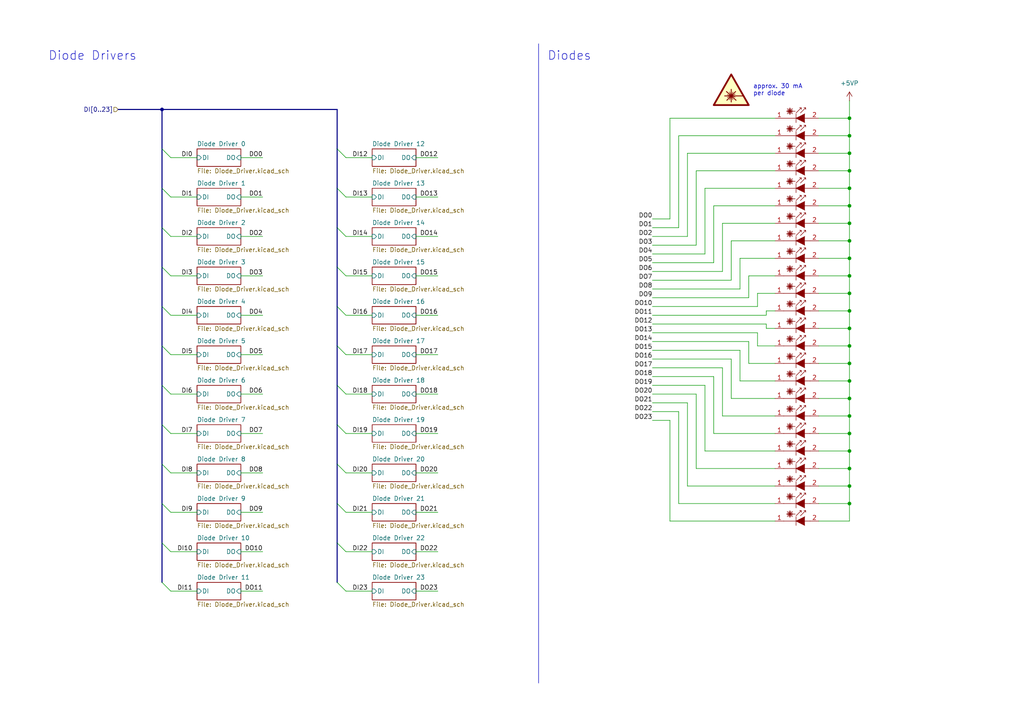
<source format=kicad_sch>
(kicad_sch (version 20231120) (generator "eeschema") (generator_version "8.0")
  (paper "A4")
  (title_block (title "Laser Harp - Diode Array") (date "2024-08-19") (rev "3.1") (company "Schlegel Flegel"))
  (lib_symbols
    (symbol "Diode_Laser:SPL_PL90" (pin_names (offset 1.016) hide)
      (property "Reference" "LD" (at -1.27 4.445 0))
      (property "Value" "SPL_PL90" (at -1.27 -2.54 0))
      (symbol "SPL_PL90_0_1"
        (polyline (pts (xy -4.064 1.27) (xy -2.54 2.794)))
        (polyline (pts (xy -4.064 1.778) (xy -2.54 2.286)))
        (polyline (pts (xy -4.064 2.286) (xy -2.54 1.778)))
        (polyline (pts (xy -4.064 2.794) (xy -2.54 1.27)))
        (polyline (pts (xy -3.556 2.794) (xy -3.048 1.27)))
        (polyline (pts (xy -3.302 2.032) (xy -3.302 1.016)))
        (polyline (pts (xy -3.302 2.032) (xy -3.302 3.048)))
        (polyline (pts (xy -3.048 2.794) (xy -3.556 1.27)))
        (polyline (pts (xy -1.778 2.032) (xy -4.318 2.032)))
        (polyline (pts (xy -1.524 1.27) (xy -1.524 -1.27)) (stroke (width 0.1524)))
        (polyline (pts (xy 1.27 3.048) (xy 0.762 3.048)))
        (polyline (pts (xy 2.54 0) (xy -5.08 0)))
        (polyline (pts (xy -0.254 1.524) (xy 1.27 3.048) (xy 1.27 2.54)))
        (polyline (pts (xy 1.016 1.27) (xy -1.524 0) (xy 1.016 -1.27)) (fill (type outline)))
        (polyline (pts (xy -1.524 1.524) (xy 0 3.048) (xy 0 2.54) (xy 0 3.048) (xy -0.508 3.048)))
      )
      (symbol "SPL_PL90_1_1"
        (pin passive line (at -7.62 0 0) (length 2.54) (name "C") (number "1"))
        (pin passive line (at 5.08 0 180) (length 2.54) (name "A") (number "2"))
      )
    )
    (symbol "Graphic:SYM_LASER_Large" (in_bom no) (on_board no)
      (symbol "SYM_LASER_Large_0_1"
        (polyline (pts (xy -1.905 -2.413) (xy 3.556 -2.413)) (stroke (width 0.254)))
        (polyline (pts (xy -1.27 -3.683) (xy 1.27 -1.143)) (stroke (width 0.254)))
        (polyline (pts (xy -1.143 -2.921) (xy 1.143 -1.905)))
        (polyline (pts (xy -1.143 -2.032) (xy 1.143 -2.794)))
        (polyline (pts (xy -0.508 -1.27) (xy 0.508 -3.556)))
        (polyline (pts (xy 0 -4.191) (xy 0 -0.508)) (stroke (width 0.254)))
        (polyline (pts (xy 0.508 -1.27) (xy -0.508 -3.556)))
        (polyline (pts (xy 1.397 -3.683) (xy -1.397 -1.143)) (stroke (width 0.254)))
        (polyline (pts (xy -5.08 -5.08) (xy 5.08 -5.08) (xy 0 3.81) (xy -5.08 -5.08)) (stroke (width 0.508)) (fill (type background)))
      )
    )
    (symbol "power:+5VP" (power) (pin_numbers hide) (pin_names (offset 0) hide)
      (property "Value" "+5VP" (at 0 3.556 0))
      (symbol "+5VP_0_1"
        (polyline (pts (xy -0.762 1.27) (xy 0 2.54)))
        (polyline (pts (xy 0 0) (xy 0 2.54)))
        (polyline (pts (xy 0 2.54) (xy 0.762 1.27)))
      )
      (symbol "+5VP_1_1"
        (pin power_in line (at 0 0 90) (length 0) (name "~") (number "1"))
      )
    )
  )
  (junction (at 246.38 115.57))
  (junction (at 246.38 34.29))
  (junction (at 246.38 49.53))
  (junction (at 246.38 105.41))
  (junction (at 246.38 100.33))
  (junction (at 246.38 125.73))
  (junction (at 246.38 90.17))
  (junction (at 246.38 85.09))
  (junction (at 246.38 69.85))
  (junction (at 246.38 54.61))
  (junction (at 246.38 80.01))
  (junction (at 246.38 95.25))
  (junction (at 46.99 31.75))
  (junction (at 246.38 59.69))
  (junction (at 246.38 64.77))
  (junction (at 246.38 39.37))
  (junction (at 246.38 120.65))
  (junction (at 246.38 140.97))
  (junction (at 246.38 44.45))
  (junction (at 246.38 146.05))
  (junction (at 246.38 135.89))
  (junction (at 246.38 74.93))
  (junction (at 246.38 130.81))
  (junction (at 246.38 110.49))
  (bus_entry (at 46.99 54.61) (size 2.54 2.54))
  (bus_entry (at 97.79 100.33) (size 2.54 2.54))
  (bus_entry (at 97.79 123.19) (size 2.54 2.54))
  (bus_entry (at 46.99 100.33) (size 2.54 2.54))
  (bus_entry (at 97.79 43.18) (size 2.54 2.54))
  (bus_entry (at 46.99 123.19) (size 2.54 2.54))
  (bus_entry (at 97.79 54.61) (size 2.54 2.54))
  (bus_entry (at 97.79 111.76) (size 2.54 2.54))
  (bus_entry (at 97.79 168.91) (size 2.54 2.54))
  (bus_entry (at 46.99 111.76) (size 2.54 2.54))
  (bus_entry (at 46.99 88.9) (size 2.54 2.54))
  (bus_entry (at 97.79 134.62) (size 2.54 2.54))
  (bus_entry (at 97.79 146.05) (size 2.54 2.54))
  (bus_entry (at 97.79 77.47) (size 2.54 2.54))
  (bus_entry (at 97.79 157.48) (size 2.54 2.54))
  (bus_entry (at 46.99 168.91) (size 2.54 2.54))
  (bus_entry (at 46.99 66.04) (size 2.54 2.54))
  (bus_entry (at 46.99 146.05) (size 2.54 2.54))
  (bus_entry (at 46.99 77.47) (size 2.54 2.54))
  (bus_entry (at 97.79 66.04) (size 2.54 2.54))
  (bus_entry (at 46.99 134.62) (size 2.54 2.54))
  (bus_entry (at 46.99 157.48) (size 2.54 2.54))
  (bus_entry (at 46.99 43.18) (size 2.54 2.54))
  (bus_entry (at 97.79 88.9) (size 2.54 2.54))
  (wire (pts (xy 246.38 64.77) (xy 237.49 64.77)))
  (wire (pts (xy 246.38 44.45) (xy 237.49 44.45)))
  (wire (pts (xy 217.17 80.01) (xy 217.17 86.36)))
  (wire (pts (xy 246.38 54.61) (xy 237.49 54.61)))
  (bus (pts (xy 97.79 157.48) (xy 97.79 168.91)))
  (wire (pts (xy 224.79 135.89) (xy 201.93 135.89)))
  (bus (pts (xy 97.79 134.62) (xy 97.79 146.05)))
  (wire (pts (xy 246.38 115.57) (xy 246.38 120.65)))
  (wire (pts (xy 246.38 135.89) (xy 237.49 135.89)))
  (wire (pts (xy 100.33 125.73) (xy 107.95 125.73)))
  (wire (pts (xy 49.53 80.01) (xy 57.15 80.01)))
  (wire (pts (xy 120.65 137.16) (xy 127 137.16)))
  (wire (pts (xy 224.79 151.13) (xy 194.31 151.13)))
  (wire (pts (xy 69.85 45.72) (xy 76.2 45.72)))
  (wire (pts (xy 189.23 63.5) (xy 194.31 63.5)))
  (wire (pts (xy 189.23 91.44) (xy 222.25 91.44)))
  (wire (pts (xy 120.65 171.45) (xy 127 171.45)))
  (wire (pts (xy 189.23 119.38) (xy 196.85 119.38)))
  (wire (pts (xy 246.38 80.01) (xy 237.49 80.01)))
  (wire (pts (xy 224.79 120.65) (xy 209.55 120.65)))
  (wire (pts (xy 246.38 54.61) (xy 246.38 59.69)))
  (wire (pts (xy 49.53 68.58) (xy 57.15 68.58)))
  (wire (pts (xy 246.38 59.69) (xy 237.49 59.69)))
  (wire (pts (xy 189.23 106.68) (xy 209.55 106.68)))
  (wire (pts (xy 224.79 90.17) (xy 222.25 90.17)))
  (wire (pts (xy 49.53 171.45) (xy 57.15 171.45)))
  (wire (pts (xy 189.23 78.74) (xy 209.55 78.74)))
  (wire (pts (xy 189.23 99.06) (xy 217.17 99.06)))
  (wire (pts (xy 189.23 104.14) (xy 212.09 104.14)))
  (wire (pts (xy 189.23 88.9) (xy 219.71 88.9)))
  (bus (pts (xy 46.99 77.47) (xy 46.99 88.9)))
  (wire (pts (xy 100.33 45.72) (xy 107.95 45.72)))
  (wire (pts (xy 246.38 34.29) (xy 237.49 34.29)))
  (wire (pts (xy 246.38 85.09) (xy 237.49 85.09)))
  (wire (pts (xy 224.79 140.97) (xy 199.39 140.97)))
  (wire (pts (xy 224.79 74.93) (xy 214.63 74.93)))
  (wire (pts (xy 100.33 68.58) (xy 107.95 68.58)))
  (wire (pts (xy 120.65 91.44) (xy 127 91.44)))
  (wire (pts (xy 207.01 125.73) (xy 207.01 109.22)))
  (wire (pts (xy 189.23 114.3) (xy 201.93 114.3)))
  (bus (pts (xy 46.99 157.48) (xy 46.99 168.91)))
  (wire (pts (xy 100.33 137.16) (xy 107.95 137.16)))
  (wire (pts (xy 219.71 100.33) (xy 219.71 96.52)))
  (wire (pts (xy 69.85 68.58) (xy 76.2 68.58)))
  (wire (pts (xy 207.01 59.69) (xy 207.01 76.2)))
  (wire (pts (xy 100.33 171.45) (xy 107.95 171.45)))
  (wire (pts (xy 189.23 96.52) (xy 219.71 96.52)))
  (wire (pts (xy 224.79 44.45) (xy 199.39 44.45)))
  (wire (pts (xy 100.33 148.59) (xy 107.95 148.59)))
  (wire (pts (xy 246.38 74.93) (xy 246.38 80.01)))
  (wire (pts (xy 120.65 45.72) (xy 127 45.72)))
  (wire (pts (xy 222.25 95.25) (xy 224.79 95.25)))
  (wire (pts (xy 49.53 91.44) (xy 57.15 91.44)))
  (wire (pts (xy 246.38 140.97) (xy 246.38 146.05)))
  (wire (pts (xy 189.23 109.22) (xy 207.01 109.22)))
  (wire (pts (xy 49.53 57.15) (xy 57.15 57.15)))
  (bus (pts (xy 46.99 100.33) (xy 46.99 111.76)))
  (wire (pts (xy 224.79 146.05) (xy 196.85 146.05)))
  (wire (pts (xy 49.53 125.73) (xy 57.15 125.73)))
  (wire (pts (xy 100.33 160.02) (xy 107.95 160.02)))
  (wire (pts (xy 189.23 93.98) (xy 222.25 93.98)))
  (wire (pts (xy 222.25 93.98) (xy 222.25 95.25)))
  (wire (pts (xy 224.79 125.73) (xy 207.01 125.73)))
  (wire (pts (xy 189.23 116.84) (xy 199.39 116.84)))
  (wire (pts (xy 246.38 110.49) (xy 246.38 115.57)))
  (wire (pts (xy 189.23 101.6) (xy 214.63 101.6)))
  (bus (pts (xy 46.99 88.9) (xy 46.99 100.33)))
  (wire (pts (xy 217.17 105.41) (xy 217.17 99.06)))
  (wire (pts (xy 69.85 171.45) (xy 76.2 171.45)))
  (wire (pts (xy 196.85 39.37) (xy 196.85 66.04)))
  (wire (pts (xy 69.85 137.16) (xy 76.2 137.16)))
  (wire (pts (xy 120.65 125.73) (xy 127 125.73)))
  (bus (pts (xy 97.79 123.19) (xy 97.79 134.62)))
  (wire (pts (xy 212.09 69.85) (xy 212.09 81.28)))
  (bus (pts (xy 46.99 43.18) (xy 46.99 54.61)))
  (wire (pts (xy 100.33 80.01) (xy 107.95 80.01)))
  (bus (pts (xy 97.79 31.75) (xy 97.79 43.18)))
  (bus (pts (xy 97.79 111.76) (xy 97.79 123.19)))
  (bus (pts (xy 97.79 100.33) (xy 97.79 111.76)))
  (wire (pts (xy 120.65 114.3) (xy 127 114.3)))
  (wire (pts (xy 69.85 114.3) (xy 76.2 114.3)))
  (wire (pts (xy 224.79 39.37) (xy 196.85 39.37)))
  (wire (pts (xy 120.65 57.15) (xy 127 57.15)))
  (wire (pts (xy 246.38 44.45) (xy 246.38 49.53)))
  (wire (pts (xy 189.23 121.92) (xy 194.31 121.92)))
  (wire (pts (xy 246.38 100.33) (xy 237.49 100.33)))
  (wire (pts (xy 246.38 130.81) (xy 246.38 135.89)))
  (wire (pts (xy 69.85 160.02) (xy 76.2 160.02)))
  (wire (pts (xy 246.38 130.81) (xy 237.49 130.81)))
  (wire (pts (xy 49.53 45.72) (xy 57.15 45.72)))
  (bus (pts (xy 97.79 43.18) (xy 97.79 54.61)))
  (wire (pts (xy 224.79 130.81) (xy 204.47 130.81)))
  (wire (pts (xy 246.38 140.97) (xy 237.49 140.97)))
  (wire (pts (xy 246.38 49.53) (xy 246.38 54.61)))
  (wire (pts (xy 49.53 137.16) (xy 57.15 137.16)))
  (bus (pts (xy 97.79 88.9) (xy 97.79 100.33)))
  (wire (pts (xy 69.85 148.59) (xy 76.2 148.59)))
  (bus (pts (xy 97.79 146.05) (xy 97.79 157.48)))
  (wire (pts (xy 224.79 64.77) (xy 209.55 64.77)))
  (wire (pts (xy 246.38 125.73) (xy 246.38 130.81)))
  (wire (pts (xy 246.38 90.17) (xy 246.38 95.25)))
  (wire (pts (xy 204.47 54.61) (xy 204.47 73.66)))
  (wire (pts (xy 246.38 105.41) (xy 237.49 105.41)))
  (wire (pts (xy 224.79 80.01) (xy 217.17 80.01)))
  (wire (pts (xy 69.85 91.44) (xy 76.2 91.44)))
  (wire (pts (xy 246.38 95.25) (xy 246.38 100.33)))
  (wire (pts (xy 194.31 151.13) (xy 194.31 121.92)))
  (wire (pts (xy 246.38 115.57) (xy 237.49 115.57)))
  (wire (pts (xy 69.85 125.73) (xy 76.2 125.73)))
  (wire (pts (xy 246.38 69.85) (xy 246.38 74.93)))
  (wire (pts (xy 120.65 160.02) (xy 127 160.02)))
  (wire (pts (xy 224.79 59.69) (xy 207.01 59.69)))
  (wire (pts (xy 209.55 64.77) (xy 209.55 78.74)))
  (wire (pts (xy 214.63 74.93) (xy 214.63 83.82)))
  (wire (pts (xy 196.85 146.05) (xy 196.85 119.38)))
  (wire (pts (xy 120.65 68.58) (xy 127 68.58)))
  (wire (pts (xy 49.53 102.87) (xy 57.15 102.87)))
  (wire (pts (xy 246.38 39.37) (xy 246.38 44.45)))
  (wire (pts (xy 100.33 57.15) (xy 107.95 57.15)))
  (wire (pts (xy 246.38 69.85) (xy 237.49 69.85)))
  (bus (pts (xy 97.79 54.61) (xy 97.79 66.04)))
  (bus (pts (xy 46.99 134.62) (xy 46.99 146.05)))
  (wire (pts (xy 246.38 146.05) (xy 237.49 146.05)))
  (wire (pts (xy 204.47 130.81) (xy 204.47 111.76)))
  (wire (pts (xy 120.65 80.01) (xy 127 80.01)))
  (wire (pts (xy 224.79 54.61) (xy 204.47 54.61)))
  (wire (pts (xy 246.38 120.65) (xy 246.38 125.73)))
  (wire (pts (xy 246.38 29.21) (xy 246.38 34.29)))
  (wire (pts (xy 246.38 59.69) (xy 246.38 64.77)))
  (wire (pts (xy 214.63 110.49) (xy 214.63 101.6)))
  (wire (pts (xy 100.33 114.3) (xy 107.95 114.3)))
  (wire (pts (xy 189.23 68.58) (xy 199.39 68.58)))
  (wire (pts (xy 246.38 125.73) (xy 237.49 125.73)))
  (wire (pts (xy 246.38 151.13) (xy 237.49 151.13)))
  (wire (pts (xy 120.65 102.87) (xy 127 102.87)))
  (wire (pts (xy 246.38 80.01) (xy 246.38 85.09)))
  (wire (pts (xy 189.23 81.28) (xy 212.09 81.28)))
  (wire (pts (xy 246.38 105.41) (xy 246.38 110.49)))
  (wire (pts (xy 224.79 115.57) (xy 212.09 115.57)))
  (bus (pts (xy 97.79 77.47) (xy 97.79 88.9)))
  (bus (pts (xy 46.99 31.75) (xy 46.99 43.18)))
  (wire (pts (xy 199.39 44.45) (xy 199.39 68.58)))
  (wire (pts (xy 49.53 160.02) (xy 57.15 160.02)))
  (wire (pts (xy 209.55 120.65) (xy 209.55 106.68)))
  (wire (pts (xy 189.23 66.04) (xy 196.85 66.04)))
  (bus (pts (xy 34.29 31.75) (xy 46.99 31.75)))
  (wire (pts (xy 189.23 73.66) (xy 204.47 73.66)))
  (wire (pts (xy 69.85 80.01) (xy 76.2 80.01)))
  (wire (pts (xy 189.23 86.36) (xy 217.17 86.36)))
  (bus (pts (xy 46.99 123.19) (xy 46.99 134.62)))
  (wire (pts (xy 224.79 100.33) (xy 219.71 100.33)))
  (wire (pts (xy 199.39 140.97) (xy 199.39 116.84)))
  (wire (pts (xy 201.93 135.89) (xy 201.93 114.3)))
  (wire (pts (xy 246.38 74.93) (xy 237.49 74.93)))
  (wire (pts (xy 224.79 69.85) (xy 212.09 69.85)))
  (wire (pts (xy 189.23 71.12) (xy 201.93 71.12)))
  (wire (pts (xy 224.79 85.09) (xy 219.71 85.09)))
  (wire (pts (xy 246.38 100.33) (xy 246.38 105.41)))
  (wire (pts (xy 69.85 102.87) (xy 76.2 102.87)))
  (wire (pts (xy 224.79 105.41) (xy 217.17 105.41)))
  (wire (pts (xy 49.53 148.59) (xy 57.15 148.59)))
  (wire (pts (xy 120.65 148.59) (xy 127 148.59)))
  (wire (pts (xy 246.38 85.09) (xy 246.38 90.17)))
  (bus (pts (xy 97.79 66.04) (xy 97.79 77.47)))
  (wire (pts (xy 246.38 135.89) (xy 246.38 140.97)))
  (wire (pts (xy 69.85 57.15) (xy 76.2 57.15)))
  (wire (pts (xy 246.38 64.77) (xy 246.38 69.85)))
  (wire (pts (xy 189.23 76.2) (xy 207.01 76.2)))
  (wire (pts (xy 246.38 39.37) (xy 237.49 39.37)))
  (wire (pts (xy 246.38 90.17) (xy 237.49 90.17)))
  (bus (pts (xy 46.99 54.61) (xy 46.99 66.04)))
  (wire (pts (xy 246.38 49.53) (xy 237.49 49.53)))
  (wire (pts (xy 222.25 90.17) (xy 222.25 91.44)))
  (wire (pts (xy 224.79 34.29) (xy 194.31 34.29)))
  (wire (pts (xy 189.23 111.76) (xy 204.47 111.76)))
  (wire (pts (xy 224.79 110.49) (xy 214.63 110.49)))
  (bus (pts (xy 46.99 31.75) (xy 97.79 31.75)))
  (wire (pts (xy 246.38 95.25) (xy 237.49 95.25)))
  (wire (pts (xy 246.38 34.29) (xy 246.38 39.37)))
  (wire (pts (xy 201.93 49.53) (xy 201.93 71.12)))
  (wire (pts (xy 49.53 114.3) (xy 57.15 114.3)))
  (bus (pts (xy 46.99 111.76) (xy 46.99 123.19)))
  (wire (pts (xy 212.09 115.57) (xy 212.09 104.14)))
  (wire (pts (xy 246.38 146.05) (xy 246.38 151.13)))
  (wire (pts (xy 194.31 34.29) (xy 194.31 63.5)))
  (wire (pts (xy 224.79 49.53) (xy 201.93 49.53)))
  (wire (pts (xy 100.33 91.44) (xy 107.95 91.44)))
  (bus (pts (xy 46.99 66.04) (xy 46.99 77.47)))
  (wire (pts (xy 246.38 110.49) (xy 237.49 110.49)))
  (wire (pts (xy 219.71 85.09) (xy 219.71 88.9)))
  (wire (pts (xy 246.38 120.65) (xy 237.49 120.65)))
  (wire (pts (xy 189.23 83.82) (xy 214.63 83.82)))
  (bus (pts (xy 46.99 146.05) (xy 46.99 157.48)))
  (polyline (pts (xy 156.21 12.7) (xy 156.21 198.12)))
  (wire (pts (xy 100.33 102.87) (xy 107.95 102.87)))
  (text "Diodes" (at 158.75 17.78 0) (effects (font (size 2.54 2.54)) (justify left bottom)))
  (text "Diode Drivers" (at 13.97 17.78 0) (effects (font (size 2.54 2.54)) (justify left bottom)))
  (text "approx. 30 mA\nper diode" (at 218.44 27.94 0) (effects (font (size 1.27 1.27)) (justify left bottom)))
  (label "DO10" (at 189.23 88.9 180))
  (label "DO22" (at 127 160.02 180))
  (label "DO4" (at 189.23 73.66 180))
  (label "DO15" (at 127 80.01 180))
  (label "DO12" (at 127 45.72 180))
  (label "DI22" (at 106.68 160.02 180))
  (label "DO7" (at 76.2 125.73 180))
  (label "DI2" (at 55.88 68.58 180))
  (label "DO3" (at 76.2 80.01 180))
  (label "DO17" (at 189.23 106.68 180))
  (label "DI1" (at 55.88 57.15 180))
  (label "DO13" (at 127 57.15 180))
  (label "DO20" (at 189.23 114.3 180))
  (label "DI13" (at 106.68 57.15 180))
  (label "DI10" (at 55.88 160.02 180))
  (label "DO10" (at 76.2 160.02 180))
  (label "DO2" (at 189.23 68.58 180))
  (label "DO14" (at 189.23 99.06 180))
  (label "DO0" (at 76.2 45.72 180))
  (label "DO5" (at 76.2 102.87 180))
  (label "DO12" (at 189.23 93.98 180))
  (label "DI5" (at 55.88 102.87 180))
  (label "DO13" (at 189.23 96.52 180))
  (label "DO8" (at 76.2 137.16 180))
  (label "DI14" (at 106.68 68.58 180))
  (label "DI8" (at 55.88 137.16 180))
  (label "DO11" (at 189.23 91.44 180))
  (label "DI6" (at 55.88 114.3 180))
  (label "DI20" (at 106.68 137.16 180))
  (label "DI11" (at 55.88 171.45 180))
  (label "DI19" (at 106.68 125.73 180))
  (label "DO7" (at 189.23 81.28 180))
  (label "DO6" (at 189.23 78.74 180))
  (label "DI3" (at 55.88 80.01 180))
  (label "DO23" (at 189.23 121.92 180))
  (label "DI4" (at 55.88 91.44 180))
  (label "DO5" (at 189.23 76.2 180))
  (label "DI0" (at 55.88 45.72 180))
  (label "DO22" (at 189.23 119.38 180))
  (label "DI12" (at 106.68 45.72 180))
  (label "DI21" (at 106.68 148.59 180))
  (label "DO2" (at 76.2 68.58 180))
  (label "DO6" (at 76.2 114.3 180))
  (label "DO18" (at 127 114.3 180))
  (label "DO18" (at 189.23 109.22 180))
  (label "DO1" (at 76.2 57.15 180))
  (label "DO9" (at 76.2 148.59 180))
  (label "DO11" (at 76.2 171.45 180))
  (label "DO19" (at 189.23 111.76 180))
  (label "DO20" (at 127 137.16 180))
  (label "DO19" (at 127 125.73 180))
  (label "DI16" (at 106.68 91.44 180))
  (label "DO21" (at 127 148.59 180))
  (label "DI7" (at 55.88 125.73 180))
  (label "DO0" (at 189.23 63.5 180))
  (label "DO4" (at 76.2 91.44 180))
  (label "DO17" (at 127 102.87 180))
  (label "DO16" (at 127 91.44 180))
  (label "DI17" (at 106.68 102.87 180))
  (label "DI15" (at 106.68 80.01 180))
  (label "DO14" (at 127 68.58 180))
  (label "DO16" (at 189.23 104.14 180))
  (label "DO21" (at 189.23 116.84 180))
  (label "DO9" (at 189.23 86.36 180))
  (label "DI23" (at 106.68 171.45 180))
  (label "DO3" (at 189.23 71.12 180))
  (label "DO23" (at 127 171.45 180))
  (label "DI18" (at 106.68 114.3 180))
  (label "DO1" (at 189.23 66.04 180))
  (label "DO15" (at 189.23 101.6 180))
  (label "DO8" (at 189.23 83.82 180))
  (label "DI9" (at 55.88 148.59 180))
  (hierarchical_label "DI[0..23]" (shape input) (at 34.29 31.75 180))
  (symbol (lib_id "Diode_Laser:SPL_PL90") (at 232.41 34.29 0) (unit 1)
    (property "Reference" "LD1" (effects (hide yes)))
    (property "Value" "Laser_Diode" (effects (hide yes)))
    (property "Footprint" "LED_THT:LED_D5.0mm" (effects (hide yes)))
  )
  (symbol (lib_id "Diode_Laser:SPL_PL90") (at 232.41 120.65 0) (unit 1)
    (property "Reference" "LD18" (effects (hide yes)))
    (property "Value" "Laser_Diode" (effects (hide yes)))
    (property "Footprint" "LED_THT:LED_D5.0mm" (effects (hide yes)))
  )
  (symbol (lib_id "Graphic:SYM_LASER_Large") (at 212.09 25.4 0) (unit 1) (exclude_from_sim yes)
    (property "Reference" "#SYM1" (effects (hide yes)))
    (property "Value" "SYM_LASER_Large" (effects (hide yes)))
    (property "Description" "Laser radiation warning symbol, large" (effects (hide yes)))
  )
  (symbol (lib_id "power:+5VP") (at 246.38 29.21 0) (unit 1)
    (property "Reference" "#PWR04" (effects (hide yes)))
    (property "Value" "+5VP" (at 246.38 24.13 0))
    (property "Description" "Power symbol creates a global label with name \"+5VP\"" (effects (hide yes)))
  )
  (symbol (lib_id "Diode_Laser:SPL_PL90") (at 232.41 69.85 0) (unit 1)
    (property "Reference" "LD8" (effects (hide yes)))
    (property "Value" "Laser_Diode" (effects (hide yes)))
    (property "Footprint" "LED_THT:LED_D5.0mm" (effects (hide yes)))
  )
  (symbol (lib_id "Diode_Laser:SPL_PL90") (at 232.41 80.01 0) (unit 1)
    (property "Reference" "LD10" (effects (hide yes)))
    (property "Value" "Laser_Diode" (effects (hide yes)))
    (property "Footprint" "LED_THT:LED_D5.0mm" (effects (hide yes)))
  )
  (symbol (lib_id "Diode_Laser:SPL_PL90") (at 232.41 105.41 0) (unit 1)
    (property "Reference" "LD15" (effects (hide yes)))
    (property "Value" "Laser_Diode" (effects (hide yes)))
    (property "Footprint" "LED_THT:LED_D5.0mm" (effects (hide yes)))
  )
  (symbol (lib_id "Diode_Laser:SPL_PL90") (at 232.41 49.53 0) (unit 1)
    (property "Reference" "LD4" (effects (hide yes)))
    (property "Value" "Laser_Diode" (effects (hide yes)))
    (property "Footprint" "LED_THT:LED_D5.0mm" (effects (hide yes)))
  )
  (symbol (lib_id "Diode_Laser:SPL_PL90") (at 232.41 95.25 0) (unit 1)
    (property "Reference" "LD13" (effects (hide yes)))
    (property "Value" "Laser_Diode" (effects (hide yes)))
    (property "Footprint" "LED_THT:LED_D5.0mm" (effects (hide yes)))
  )
  (symbol (lib_id "Diode_Laser:SPL_PL90") (at 232.41 140.97 0) (unit 1)
    (property "Reference" "LD22" (effects (hide yes)))
    (property "Value" "Laser_Diode" (effects (hide yes)))
    (property "Footprint" "LED_THT:LED_D5.0mm" (effects (hide yes)))
  )
  (symbol (lib_id "Diode_Laser:SPL_PL90") (at 232.41 146.05 0) (unit 1)
    (property "Reference" "LD23" (effects (hide yes)))
    (property "Value" "Laser_Diode" (effects (hide yes)))
    (property "Footprint" "LED_THT:LED_D5.0mm" (effects (hide yes)))
  )
  (symbol (lib_id "Diode_Laser:SPL_PL90") (at 232.41 115.57 0) (unit 1)
    (property "Reference" "LD17" (effects (hide yes)))
    (property "Value" "Laser_Diode" (effects (hide yes)))
    (property "Footprint" "LED_THT:LED_D5.0mm" (effects (hide yes)))
  )
  (symbol (lib_id "Diode_Laser:SPL_PL90") (at 232.41 85.09 0) (unit 1)
    (property "Reference" "LD11" (effects (hide yes)))
    (property "Value" "Laser_Diode" (effects (hide yes)))
    (property "Footprint" "LED_THT:LED_D5.0mm" (effects (hide yes)))
  )
  (symbol (lib_id "Diode_Laser:SPL_PL90") (at 232.41 74.93 0) (unit 1)
    (property "Reference" "LD9" (effects (hide yes)))
    (property "Value" "Laser_Diode" (effects (hide yes)))
    (property "Footprint" "LED_THT:LED_D5.0mm" (effects (hide yes)))
  )
  (symbol (lib_id "Diode_Laser:SPL_PL90") (at 232.41 54.61 0) (unit 1)
    (property "Reference" "LD5" (effects (hide yes)))
    (property "Value" "Laser_Diode" (effects (hide yes)))
    (property "Footprint" "LED_THT:LED_D5.0mm" (effects (hide yes)))
  )
  (symbol (lib_id "Diode_Laser:SPL_PL90") (at 232.41 130.81 0) (unit 1)
    (property "Reference" "LD20" (effects (hide yes)))
    (property "Value" "Laser_Diode" (effects (hide yes)))
    (property "Footprint" "LED_THT:LED_D5.0mm" (effects (hide yes)))
  )
  (symbol (lib_id "Diode_Laser:SPL_PL90") (at 232.41 59.69 0) (unit 1)
    (property "Reference" "LD6" (effects (hide yes)))
    (property "Value" "Laser_Diode" (effects (hide yes)))
    (property "Footprint" "LED_THT:LED_D5.0mm" (effects (hide yes)))
  )
  (symbol (lib_id "Diode_Laser:SPL_PL90") (at 232.41 90.17 0) (unit 1)
    (property "Reference" "LD12" (effects (hide yes)))
    (property "Value" "Laser_Diode" (effects (hide yes)))
    (property "Footprint" "LED_THT:LED_D5.0mm" (effects (hide yes)))
  )
  (symbol (lib_id "Diode_Laser:SPL_PL90") (at 232.41 44.45 0) (unit 1)
    (property "Reference" "LD3" (effects (hide yes)))
    (property "Value" "Laser_Diode" (effects (hide yes)))
    (property "Footprint" "LED_THT:LED_D5.0mm" (effects (hide yes)))
  )
  (symbol (lib_id "Diode_Laser:SPL_PL90") (at 232.41 39.37 0) (unit 1)
    (property "Reference" "LD2" (effects (hide yes)))
    (property "Value" "Laser_Diode" (effects (hide yes)))
    (property "Footprint" "LED_THT:LED_D5.0mm" (effects (hide yes)))
  )
  (symbol (lib_id "Diode_Laser:SPL_PL90") (at 232.41 135.89 0) (unit 1)
    (property "Reference" "LD21" (effects (hide yes)))
    (property "Value" "Laser_Diode" (effects (hide yes)))
    (property "Footprint" "LED_THT:LED_D5.0mm" (effects (hide yes)))
  )
  (symbol (lib_id "Diode_Laser:SPL_PL90") (at 232.41 125.73 0) (unit 1)
    (property "Reference" "LD19" (effects (hide yes)))
    (property "Value" "Laser_Diode" (effects (hide yes)))
    (property "Footprint" "LED_THT:LED_D5.0mm" (effects (hide yes)))
  )
  (symbol (lib_id "Diode_Laser:SPL_PL90") (at 232.41 110.49 0) (unit 1)
    (property "Reference" "LD16" (effects (hide yes)))
    (property "Value" "Laser_Diode" (effects (hide yes)))
    (property "Footprint" "LED_THT:LED_D5.0mm" (effects (hide yes)))
  )
  (symbol (lib_id "Diode_Laser:SPL_PL90") (at 232.41 100.33 0) (unit 1)
    (property "Reference" "LD14" (effects (hide yes)))
    (property "Value" "Laser_Diode" (effects (hide yes)))
    (property "Footprint" "LED_THT:LED_D5.0mm" (effects (hide yes)))
  )
  (symbol (lib_id "Diode_Laser:SPL_PL90") (at 232.41 64.77 0) (unit 1)
    (property "Reference" "LD7" (effects (hide yes)))
    (property "Value" "Laser_Diode" (effects (hide yes)))
    (property "Footprint" "LED_THT:LED_D5.0mm" (effects (hide yes)))
  )
  (symbol (lib_id "Diode_Laser:SPL_PL90") (at 232.41 151.13 0) (unit 1)
    (property "Reference" "LD24" (effects (hide yes)))
    (property "Value" "Laser_Diode" (effects (hide yes)))
    (property "Footprint" "LED_THT:LED_D5.0mm" (effects (hide yes)))
  )
  (sheet (at 107.95 157.48) (size 12.7 5.08) (stroke (width 0.1524))
    (property "Sheetname" "Diode Driver 22" (at 107.95 156.7684 0) (effects (justify left bottom)))
    (property "Sheetfile" "Diode_Driver.kicad_sch" (at 107.95 163.1446 0) (effects (justify left top)))
    (pin "DI" input (at 107.95 160.02 180))
    (pin "DO" input (at 120.65 160.02 0))
  )
  (sheet (at 107.95 43.18) (size 12.7 5.08) (stroke (width 0.1524))
    (property "Sheetname" "Diode Driver 12" (at 107.95 42.4684 0) (effects (justify left bottom)))
    (property "Sheetfile" "Diode_Driver.kicad_sch" (at 107.95 48.8446 0) (effects (justify left top)))
    (pin "DI" input (at 107.95 45.72 180))
    (pin "DO" input (at 120.65 45.72 0))
  )
  (sheet (at 57.15 66.04) (size 12.7 5.08) (stroke (width 0.1524))
    (property "Sheetname" "Diode Driver 2" (at 57.15 65.3284 0) (effects (justify left bottom)))
    (property "Sheetfile" "Diode_Driver.kicad_sch" (at 57.15 71.7046 0) (effects (justify left top)))
    (pin "DI" input (at 57.15 68.58 180))
    (pin "DO" input (at 69.85 68.58 0))
  )
  (sheet (at 57.15 100.33) (size 12.7 5.08) (stroke (width 0.1524))
    (property "Sheetname" "Diode Driver 5" (at 57.15 99.6184 0) (effects (justify left bottom)))
    (property "Sheetfile" "Diode_Driver.kicad_sch" (at 57.15 105.9946 0) (effects (justify left top)))
    (pin "DI" input (at 57.15 102.87 180))
    (pin "DO" input (at 69.85 102.87 0))
  )
  (sheet (at 107.95 111.76) (size 12.7 5.08) (stroke (width 0.1524))
    (property "Sheetname" "Diode Driver 18" (at 107.95 111.0484 0) (effects (justify left bottom)))
    (property "Sheetfile" "Diode_Driver.kicad_sch" (at 107.95 117.4246 0) (effects (justify left top)))
    (pin "DI" input (at 107.95 114.3 180))
    (pin "DO" input (at 120.65 114.3 0))
  )
  (sheet (at 107.95 88.9) (size 12.7 5.08) (stroke (width 0.1524))
    (property "Sheetname" "Diode Driver 16" (at 107.95 88.1884 0) (effects (justify left bottom)))
    (property "Sheetfile" "Diode_Driver.kicad_sch" (at 107.95 94.5646 0) (effects (justify left top)))
    (pin "DI" input (at 107.95 91.44 180))
    (pin "DO" input (at 120.65 91.44 0))
  )
  (sheet (at 57.15 157.48) (size 12.7 5.08) (stroke (width 0.1524))
    (property "Sheetname" "Diode Driver 10" (at 57.15 156.7684 0) (effects (justify left bottom)))
    (property "Sheetfile" "Diode_Driver.kicad_sch" (at 57.15 163.1446 0) (effects (justify left top)))
    (pin "DI" input (at 57.15 160.02 180))
    (pin "DO" input (at 69.85 160.02 0))
  )
  (sheet (at 57.15 111.76) (size 12.7 5.08) (stroke (width 0.1524))
    (property "Sheetname" "Diode Driver 6" (at 57.15 111.0484 0) (effects (justify left bottom)))
    (property "Sheetfile" "Diode_Driver.kicad_sch" (at 57.15 117.4246 0) (effects (justify left top)))
    (pin "DI" input (at 57.15 114.3 180))
    (pin "DO" input (at 69.85 114.3 0))
  )
  (sheet (at 107.95 100.33) (size 12.7 5.08) (stroke (width 0.1524))
    (property "Sheetname" "Diode Driver 17" (at 107.95 99.6184 0) (effects (justify left bottom)))
    (property "Sheetfile" "Diode_Driver.kicad_sch" (at 107.95 105.9946 0) (effects (justify left top)))
    (pin "DI" input (at 107.95 102.87 180))
    (pin "DO" input (at 120.65 102.87 0))
  )
  (sheet (at 57.15 54.61) (size 12.7 5.08) (stroke (width 0.1524))
    (property "Sheetname" "Diode Driver 1" (at 57.15 53.8984 0) (effects (justify left bottom)))
    (property "Sheetfile" "Diode_Driver.kicad_sch" (at 57.15 60.2746 0) (effects (justify left top)))
    (pin "DI" input (at 57.15 57.15 180))
    (pin "DO" input (at 69.85 57.15 0))
  )
  (sheet (at 107.95 134.62) (size 12.7 5.08) (stroke (width 0.1524))
    (property "Sheetname" "Diode Driver 20" (at 107.95 133.9084 0) (effects (justify left bottom)))
    (property "Sheetfile" "Diode_Driver.kicad_sch" (at 107.95 140.2846 0) (effects (justify left top)))
    (pin "DI" input (at 107.95 137.16 180))
    (pin "DO" input (at 120.65 137.16 0))
  )
  (sheet (at 57.15 168.91) (size 12.7 5.08) (stroke (width 0.1524))
    (property "Sheetname" "Diode Driver 11" (at 57.15 168.1984 0) (effects (justify left bottom)))
    (property "Sheetfile" "Diode_Driver.kicad_sch" (at 57.15 174.5746 0) (effects (justify left top)))
    (pin "DI" input (at 57.15 171.45 180))
    (pin "DO" input (at 69.85 171.45 0))
  )
  (sheet (at 107.95 168.91) (size 12.7 5.08) (stroke (width 0.1524))
    (property "Sheetname" "Diode Driver 23" (at 107.95 168.1984 0) (effects (justify left bottom)))
    (property "Sheetfile" "Diode_Driver.kicad_sch" (at 107.95 174.5746 0) (effects (justify left top)))
    (pin "DI" input (at 107.95 171.45 180))
    (pin "DO" input (at 120.65 171.45 0))
  )
  (sheet (at 57.15 43.18) (size 12.7 5.08) (stroke (width 0.1524))
    (property "Sheetname" "Diode Driver 0" (at 57.15 42.4684 0) (effects (justify left bottom)))
    (property "Sheetfile" "Diode_Driver.kicad_sch" (at 57.15 48.8446 0) (effects (justify left top)))
    (pin "DI" input (at 57.15 45.72 180))
    (pin "DO" input (at 69.85 45.72 0))
  )
  (sheet (at 57.15 77.47) (size 12.7 5.08) (stroke (width 0.1524))
    (property "Sheetname" "Diode Driver 3" (at 57.15 76.7584 0) (effects (justify left bottom)))
    (property "Sheetfile" "Diode_Driver.kicad_sch" (at 57.15 83.1346 0) (effects (justify left top)))
    (pin "DI" input (at 57.15 80.01 180))
    (pin "DO" input (at 69.85 80.01 0))
  )
  (sheet (at 57.15 123.19) (size 12.7 5.08) (stroke (width 0.1524))
    (property "Sheetname" "Diode Driver 7" (at 57.15 122.4784 0) (effects (justify left bottom)))
    (property "Sheetfile" "Diode_Driver.kicad_sch" (at 57.15 128.8546 0) (effects (justify left top)))
    (pin "DI" input (at 57.15 125.73 180))
    (pin "DO" input (at 69.85 125.73 0))
  )
  (sheet (at 57.15 134.62) (size 12.7 5.08) (stroke (width 0.1524))
    (property "Sheetname" "Diode Driver 8" (at 57.15 133.9084 0) (effects (justify left bottom)))
    (property "Sheetfile" "Diode_Driver.kicad_sch" (at 57.15 140.2846 0) (effects (justify left top)))
    (pin "DI" input (at 57.15 137.16 180))
    (pin "DO" input (at 69.85 137.16 0))
  )
  (sheet (at 57.15 88.9) (size 12.7 5.08) (stroke (width 0.1524))
    (property "Sheetname" "Diode Driver 4" (at 57.15 88.1884 0) (effects (justify left bottom)))
    (property "Sheetfile" "Diode_Driver.kicad_sch" (at 57.15 94.5646 0) (effects (justify left top)))
    (pin "DI" input (at 57.15 91.44 180))
    (pin "DO" input (at 69.85 91.44 0))
  )
  (sheet (at 107.95 77.47) (size 12.7 5.08) (stroke (width 0.1524))
    (property "Sheetname" "Diode Driver 15" (at 107.95 76.7584 0) (effects (justify left bottom)))
    (property "Sheetfile" "Diode_Driver.kicad_sch" (at 107.95 83.1346 0) (effects (justify left top)))
    (pin "DI" input (at 107.95 80.01 180))
    (pin "DO" input (at 120.65 80.01 0))
  )
  (sheet (at 107.95 66.04) (size 12.7 5.08) (stroke (width 0.1524))
    (property "Sheetname" "Diode Driver 14" (at 107.95 65.3284 0) (effects (justify left bottom)))
    (property "Sheetfile" "Diode_Driver.kicad_sch" (at 107.95 71.7046 0) (effects (justify left top)))
    (pin "DI" input (at 107.95 68.58 180))
    (pin "DO" input (at 120.65 68.58 0))
  )
  (sheet (at 107.95 146.05) (size 12.7 5.08) (stroke (width 0.1524))
    (property "Sheetname" "Diode Driver 21" (at 107.95 145.3384 0) (effects (justify left bottom)))
    (property "Sheetfile" "Diode_Driver.kicad_sch" (at 107.95 151.7146 0) (effects (justify left top)))
    (pin "DI" input (at 107.95 148.59 180))
    (pin "DO" input (at 120.65 148.59 0))
  )
  (sheet (at 57.15 146.05) (size 12.7 5.08) (stroke (width 0.1524))
    (property "Sheetname" "Diode Driver 9" (at 57.15 145.3384 0) (effects (justify left bottom)))
    (property "Sheetfile" "Diode_Driver.kicad_sch" (at 57.15 151.7146 0) (effects (justify left top)))
    (pin "DI" input (at 57.15 148.59 180))
    (pin "DO" input (at 69.85 148.59 0))
  )
  (sheet (at 107.95 54.61) (size 12.7 5.08) (stroke (width 0.1524))
    (property "Sheetname" "Diode Driver 13" (at 107.95 53.8984 0) (effects (justify left bottom)))
    (property "Sheetfile" "Diode_Driver.kicad_sch" (at 107.95 60.2746 0) (effects (justify left top)))
    (pin "DI" input (at 107.95 57.15 180))
    (pin "DO" input (at 120.65 57.15 0))
  )
  (sheet (at 107.95 123.19) (size 12.7 5.08) (stroke (width 0.1524))
    (property "Sheetname" "Diode Driver 19" (at 107.95 122.4784 0) (effects (justify left bottom)))
    (property "Sheetfile" "Diode_Driver.kicad_sch" (at 107.95 128.8546 0) (effects (justify left top)))
    (pin "DI" input (at 107.95 125.73 180))
    (pin "DO" input (at 120.65 125.73 0))
  )
)
</source>
